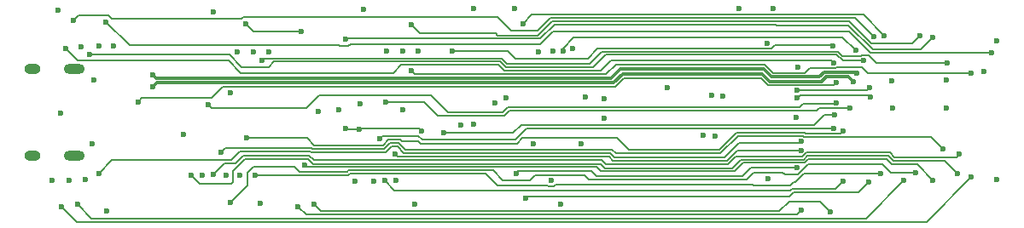
<source format=gbr>
%TF.GenerationSoftware,KiCad,Pcbnew,7.0.8+1*%
%TF.CreationDate,2023-12-11T13:56:50+01:00*%
%TF.ProjectId,Receiver,52656365-6976-4657-922e-6b696361645f,rev?*%
%TF.SameCoordinates,Original*%
%TF.FileFunction,Copper,L4,Bot*%
%TF.FilePolarity,Positive*%
%FSLAX46Y46*%
G04 Gerber Fmt 4.6, Leading zero omitted, Abs format (unit mm)*
G04 Created by KiCad (PCBNEW 7.0.8+1) date 2023-12-11 13:56:50*
%MOMM*%
%LPD*%
G01*
G04 APERTURE LIST*
%TA.AperFunction,ComponentPad*%
%ADD10O,2.100000X1.000000*%
%TD*%
%TA.AperFunction,ComponentPad*%
%ADD11O,1.600000X1.000000*%
%TD*%
%TA.AperFunction,ViaPad*%
%ADD12C,0.600000*%
%TD*%
%TA.AperFunction,Conductor*%
%ADD13C,0.150000*%
%TD*%
%TA.AperFunction,Conductor*%
%ADD14C,0.100000*%
%TD*%
%TA.AperFunction,Conductor*%
%ADD15C,0.300000*%
%TD*%
G04 APERTURE END LIST*
D10*
%TO.P,J6,S1,SHIELD*%
%TO.N,GND*%
X56820000Y-56680000D03*
D11*
X52640000Y-56680000D03*
D10*
X56820000Y-65320000D03*
D11*
X52640000Y-65320000D03*
%TD*%
D12*
%TO.N,GND*%
X122700000Y-50700000D03*
%TO.N,+2V5*%
X105041814Y-70199998D03*
X100500000Y-50700000D03*
X96400000Y-50700000D03*
X75274831Y-70050000D03*
X70600000Y-51000000D03*
X60000000Y-70875000D03*
X85500000Y-50800000D03*
X55200004Y-50900000D03*
X90541740Y-70200000D03*
%TO.N,/PWM_SEND_1*%
X132400000Y-58100000D03*
X63100000Y-60000000D03*
%TO.N,/PWM_RCV_1*%
X59200000Y-67100000D03*
X128900002Y-63900000D03*
%TO.N,-2V5*%
X73225000Y-67300000D03*
X72922334Y-55025000D03*
X57500000Y-54500000D03*
X88700000Y-67832313D03*
X57900000Y-67700000D03*
X87796688Y-54950000D03*
X102836639Y-55000000D03*
X104110312Y-67825000D03*
%TO.N,/LED_1*%
X57100000Y-70200000D03*
X139116407Y-67835646D03*
%TO.N,GND*%
X69500000Y-67300000D03*
X143300000Y-60600000D03*
X143300000Y-57800000D03*
X95100000Y-62300000D03*
X109400000Y-61600000D03*
X59200000Y-54400000D03*
X84613454Y-67875000D03*
X89392758Y-54900000D03*
X54600000Y-67800000D03*
X120328930Y-63375000D03*
X148320000Y-53900000D03*
X99600000Y-59600000D03*
X126115000Y-50700000D03*
X98514081Y-60125000D03*
X58600000Y-64200000D03*
X102325312Y-64125000D03*
X148310000Y-67690000D03*
X89400000Y-60800000D03*
X83000000Y-60800000D03*
X128400000Y-61500000D03*
X107500000Y-59500000D03*
X137900000Y-57900000D03*
X128600000Y-56500000D03*
X74553084Y-55025000D03*
X125599846Y-67650000D03*
X71875000Y-67300000D03*
X104274021Y-54920698D03*
X90946177Y-54950369D03*
X58700000Y-57800000D03*
X60700000Y-54400000D03*
X81000000Y-60900000D03*
X119169059Y-63325000D03*
X76122334Y-55025000D03*
X72302298Y-59052298D03*
X115590000Y-58600000D03*
X106240853Y-54666615D03*
X86501322Y-67848540D03*
X56300000Y-67800000D03*
X125565320Y-54175000D03*
X138000000Y-60600000D03*
X107116852Y-64125000D03*
%TO.N,/DOG_1*%
X145800000Y-67500000D03*
X55500000Y-70400000D03*
%TO.N,/PWM_SEND_2*%
X133100000Y-62875000D03*
X73900000Y-63600000D03*
%TO.N,/PWM_RCV_2*%
X74715474Y-67300000D03*
X136800000Y-67100000D03*
%TO.N,/LED_2*%
X140300000Y-67000000D03*
X72300000Y-70000000D03*
%TO.N,/DOG_2*%
X144600000Y-65200000D03*
X70600000Y-67200000D03*
%TO.N,/PWM_SEND_3*%
X70100000Y-60300000D03*
X132410585Y-60058324D03*
%TO.N,/PWM_RCV_3*%
X128900000Y-70800000D03*
X79000000Y-70400000D03*
%TO.N,/LED_3*%
X73817206Y-52225000D03*
X79624586Y-66275000D03*
X79300000Y-53000000D03*
X142000000Y-67800000D03*
%TO.N,/DOG_3*%
X75410000Y-55850000D03*
X143410000Y-56110000D03*
%TO.N,/PWM_SEND_0*%
X132100000Y-56100000D03*
X55900000Y-54700000D03*
%TO.N,/PWM_RCV_0*%
X56700000Y-51900000D03*
X136127298Y-53472702D03*
%TO.N,/LED_0*%
X135100000Y-55900000D03*
X58300000Y-55300000D03*
%TO.N,/DOG_0*%
X147800000Y-55100000D03*
X59894822Y-52030178D03*
%TO.N,+3.3V*%
X147000000Y-57000000D03*
X96400000Y-62200000D03*
X67600000Y-63200000D03*
X85149809Y-60154622D03*
X109400000Y-59700000D03*
X121100000Y-59400000D03*
%TO.N,/DOG_5*%
X90200000Y-52300000D03*
X140700000Y-53400000D03*
%TO.N,/DOG_4*%
X142000000Y-53600000D03*
X83681095Y-53775000D03*
%TO.N,Net-(U2-GPIO19{slash}U1RTS{slash}ADC2_CH8{slash}CLK_OUT2{slash}USB_D-)*%
X134400000Y-57132997D03*
X64574345Y-57315312D03*
%TO.N,Net-(U2-GPIO20{slash}U1CTS{slash}ADC2_CH9{slash}CLK_OUT1{slash}USB_D+)*%
X64600000Y-58500000D03*
X134100000Y-58000000D03*
%TO.N,/PWM_RCV_5*%
X128900000Y-64800000D03*
X88586289Y-65132811D03*
%TO.N,/PWM_SEND_4*%
X93421669Y-63100000D03*
X132200000Y-61300000D03*
%TO.N,/PWM_SEND_5*%
X87100000Y-63625000D03*
X132100000Y-62600000D03*
%TO.N,/PWM_SEND_6*%
X101300000Y-52200000D03*
X137123493Y-53385515D03*
%TO.N,/PWM_RCV_4*%
X132033280Y-54401063D03*
X94300000Y-54900000D03*
%TO.N,/LED_4*%
X133100000Y-67900000D03*
X87600000Y-67832313D03*
%TO.N,/LED_5*%
X133775000Y-60617690D03*
X87700000Y-60000000D03*
%TO.N,/PWM_RCV_6*%
X100632072Y-67100000D03*
X128473892Y-66550000D03*
%TO.N,/LED_6*%
X101600000Y-69600000D03*
X135600000Y-68000000D03*
%TO.N,/DOG_6*%
X134300000Y-54875000D03*
X105273744Y-54944302D03*
%TO.N,Net-(J8-Pin_3)*%
X71351360Y-64977526D03*
X143000000Y-64700000D03*
%TO.N,Net-(J8-Pin_2)*%
X68400000Y-67300000D03*
X144400000Y-67100000D03*
%TO.N,VBUS*%
X120000000Y-59300000D03*
X55400000Y-61100000D03*
%TO.N,Net-(U2-EN)*%
X91270207Y-62880516D03*
X145800000Y-57100000D03*
X83740853Y-62676244D03*
X85040853Y-62688267D03*
X90206969Y-56850000D03*
%TO.N,Net-(U2-GPIO15{slash}U0RTS{slash}ADC2_CH4{slash}XTAL_32K_P)*%
X128500000Y-59600000D03*
X135780000Y-59540000D03*
%TO.N,Net-(U2-GPIO16{slash}U0CTS{slash}ADC2_CH5{slash}XTAL_32K_N)*%
X128521407Y-58850303D03*
X135700000Y-58600000D03*
%TO.N,Net-(U2-GPIO0{slash}BOOT)*%
X80600000Y-70200000D03*
X131800000Y-70899980D03*
%TD*%
D13*
%TO.N,/PWM_RCV_0*%
X57250000Y-51350000D02*
X60169239Y-51350000D01*
X102756947Y-52900000D02*
X104031947Y-51625000D01*
X60169239Y-51350000D02*
X60550000Y-51730761D01*
X60550000Y-51730761D02*
X73350000Y-51730761D01*
X73350000Y-51730761D02*
X73530761Y-51550000D01*
X73530761Y-51550000D02*
X98800000Y-51550000D01*
X98800000Y-51550000D02*
X100150000Y-52900000D01*
X100150000Y-52900000D02*
X102756947Y-52900000D01*
X134279596Y-51625000D02*
X136127298Y-53472702D01*
X104031947Y-51625000D02*
X134279596Y-51625000D01*
%TO.N,/PWM_SEND_6*%
X135062978Y-51325000D02*
X137123493Y-53385515D01*
%TO.N,/PWM_RCV_0*%
X56700000Y-51900000D02*
X57250000Y-51350000D01*
%TO.N,/PWM_SEND_6*%
X101300000Y-52200000D02*
X102175000Y-51325000D01*
X102175000Y-51325000D02*
X135062978Y-51325000D01*
%TO.N,/PWM_SEND_1*%
X124921217Y-57600000D02*
X125646520Y-58325303D01*
X70379595Y-59625000D02*
X71529595Y-58475000D01*
X63100000Y-60000000D02*
X63475000Y-59625000D01*
X71529595Y-58475000D02*
X110455330Y-58475000D01*
X63475000Y-59625000D02*
X70379595Y-59625000D01*
X132174697Y-58325303D02*
X132400000Y-58100000D01*
X111330330Y-57600000D02*
X124921217Y-57600000D01*
X110455330Y-58475000D02*
X111330330Y-57600000D01*
X125646520Y-58325303D02*
X132174697Y-58325303D01*
%TO.N,/PWM_RCV_1*%
X80294129Y-65000000D02*
X87698880Y-65000000D01*
X73205026Y-64900000D02*
X80194130Y-64900000D01*
X109991117Y-65075000D02*
X110391120Y-65475000D01*
X128700002Y-64100000D02*
X128900002Y-63900000D01*
X122700000Y-64100000D02*
X128700002Y-64100000D01*
X72355026Y-65750000D02*
X73205026Y-64900000D01*
X80194130Y-64900000D02*
X80294129Y-65000000D01*
X121325000Y-65475000D02*
X122700000Y-64100000D01*
X89483074Y-65075000D02*
X109991117Y-65075000D01*
X88273882Y-64424998D02*
X88833072Y-64424998D01*
X59200000Y-67100000D02*
X60550000Y-65750000D01*
X87698880Y-65000000D02*
X88273882Y-64424998D01*
X110391120Y-65475000D02*
X121325000Y-65475000D01*
X88833072Y-64424998D02*
X89483074Y-65075000D01*
X60550000Y-65750000D02*
X72355026Y-65750000D01*
%TO.N,/LED_1*%
X58474998Y-71574998D02*
X135377054Y-71574999D01*
X57100000Y-70200000D02*
X58474998Y-71574998D01*
X135377054Y-71574999D02*
X139116407Y-67835646D01*
%TO.N,/DOG_1*%
X55500000Y-70400000D02*
X57024998Y-71924998D01*
X141375002Y-71924998D02*
X145800000Y-67500000D01*
X57024998Y-71924998D02*
X141375002Y-71924998D01*
%TO.N,/PWM_SEND_2*%
X122475433Y-63075000D02*
X129241729Y-63075000D01*
X90924569Y-63875000D02*
X91174569Y-64125000D01*
X96086096Y-64125000D02*
X96111096Y-64150000D01*
X96111096Y-64150000D02*
X100706497Y-64150000D01*
X79884079Y-63600000D02*
X80584076Y-64299997D01*
X132800000Y-63175000D02*
X133100000Y-62875000D01*
X129241729Y-63075000D02*
X129341729Y-63175000D01*
X120775433Y-64775000D02*
X122475433Y-63075000D01*
X89273024Y-63875000D02*
X90924569Y-63875000D01*
X101256497Y-63600000D02*
X110643933Y-63600000D01*
X87983932Y-63724998D02*
X89123021Y-63724998D01*
X100706497Y-64150000D02*
X101256497Y-63600000D01*
X87408934Y-64299997D02*
X87983932Y-63724998D01*
X80584076Y-64299997D02*
X87408934Y-64299997D01*
X110643933Y-63600000D02*
X111818933Y-64775000D01*
X73900000Y-63600000D02*
X79884079Y-63600000D01*
X89123021Y-63724998D02*
X89273024Y-63875000D01*
X91174569Y-64125000D02*
X96086096Y-64125000D01*
X129341729Y-63175000D02*
X132800000Y-63175000D01*
X111818933Y-64775000D02*
X120775433Y-64775000D01*
%TO.N,/PWM_RCV_2*%
X128344974Y-67950000D02*
X129194974Y-67100000D01*
X128190380Y-67950000D02*
X128344974Y-67950000D01*
X127815380Y-68325000D02*
X128190380Y-67950000D01*
X104579594Y-68225001D02*
X124065376Y-68225001D01*
X74715474Y-67300000D02*
X84000000Y-67300000D01*
X98800000Y-68325000D02*
X103720405Y-68325000D01*
X84142187Y-67157813D02*
X97632813Y-67157813D01*
X104379595Y-68425000D02*
X104579594Y-68225001D01*
X84000000Y-67300000D02*
X84142187Y-67157813D01*
X103820405Y-68425000D02*
X104379595Y-68425000D01*
X129194974Y-67100000D02*
X136800000Y-67100000D01*
X97632813Y-67157813D02*
X98800000Y-68325000D01*
X124165375Y-68325000D02*
X127815380Y-68325000D01*
X124065376Y-68225001D02*
X124165375Y-68325000D01*
X103720405Y-68325000D02*
X103820405Y-68425000D01*
%TO.N,/LED_2*%
X107825000Y-67725000D02*
X123475000Y-67725000D01*
X102500000Y-67300000D02*
X107400000Y-67300000D01*
X128600000Y-67200000D02*
X129600000Y-66200000D01*
X124200000Y-67000000D02*
X127100000Y-67000000D01*
X74550000Y-66425000D02*
X78625001Y-66425000D01*
X127100000Y-67000000D02*
X127300000Y-67200000D01*
X98332813Y-66807813D02*
X99300000Y-67775000D01*
X129600000Y-66200000D02*
X137000000Y-66200000D01*
X73975000Y-67000000D02*
X74550000Y-66425000D01*
X107400000Y-67300000D02*
X107825000Y-67725000D01*
X137800000Y-67000000D02*
X140300000Y-67000000D01*
X127300000Y-67200000D02*
X128600000Y-67200000D01*
X102025000Y-67775000D02*
X102500000Y-67300000D01*
X79150001Y-66950000D02*
X83855025Y-66950000D01*
X99300000Y-67775000D02*
X102025000Y-67775000D01*
X123475000Y-67725000D02*
X124200000Y-67000000D01*
X83855025Y-66950000D02*
X83997212Y-66807813D01*
X137000000Y-66200000D02*
X137800000Y-67000000D01*
X72300000Y-70000000D02*
X73975000Y-68325000D01*
X78625001Y-66425000D02*
X79150001Y-66950000D01*
X83997212Y-66807813D02*
X98332813Y-66807813D01*
X73975000Y-68325000D02*
X73975000Y-67000000D01*
%TO.N,/DOG_2*%
X109148191Y-65807811D02*
X80606966Y-65807811D01*
X137690255Y-65017463D02*
X129425000Y-65017463D01*
X72785787Y-66100000D02*
X71700000Y-66100000D01*
X129017463Y-65425000D02*
X122434619Y-65425000D01*
X138172792Y-65500000D02*
X137690255Y-65017463D01*
X122434619Y-65425000D02*
X121634619Y-66225000D01*
X80606966Y-65807811D02*
X80109791Y-65310636D01*
X144300000Y-65500000D02*
X138172792Y-65500000D01*
X109565380Y-66225000D02*
X109148191Y-65807811D01*
X73575151Y-65310636D02*
X72785787Y-66100000D01*
X80109791Y-65310636D02*
X73575151Y-65310636D01*
X121634619Y-66225000D02*
X109565380Y-66225000D01*
X129425000Y-65017463D02*
X129017463Y-65425000D01*
X144600000Y-65200000D02*
X144300000Y-65500000D01*
X71700000Y-66100000D02*
X70600000Y-67200000D01*
%TO.N,/PWM_SEND_3*%
X81100000Y-59300000D02*
X92200000Y-59300000D01*
X79800000Y-60600000D02*
X81100000Y-59300000D01*
X129058273Y-60175000D02*
X132293909Y-60175000D01*
X92200000Y-59300000D02*
X93900000Y-61000000D01*
X70100000Y-60300000D02*
X70400000Y-60600000D01*
X93900000Y-61000000D02*
X99300000Y-61000000D01*
X99785002Y-60514998D02*
X128718275Y-60514998D01*
X70400000Y-60600000D02*
X79800000Y-60600000D01*
X132293909Y-60175000D02*
X132410585Y-60058324D01*
X99300000Y-61000000D02*
X99785002Y-60514998D01*
X128718275Y-60514998D02*
X129058273Y-60175000D01*
%TO.N,/PWM_RCV_3*%
X128475002Y-71224998D02*
X128900000Y-70800000D01*
X79824998Y-71224998D02*
X128475002Y-71224998D01*
X79000000Y-70400000D02*
X79824998Y-71224998D01*
%TO.N,/LED_3*%
X142000000Y-67780761D02*
X140394239Y-66175000D01*
X109000000Y-66900000D02*
X108582811Y-66482811D01*
X79832397Y-66482811D02*
X79624586Y-66275000D01*
X122300000Y-66900000D02*
X109000000Y-66900000D01*
X140394239Y-66175000D02*
X137893198Y-66175000D01*
X137383578Y-65665380D02*
X129625611Y-65665380D01*
X123175000Y-66025000D02*
X122300000Y-66900000D01*
X74592206Y-53000000D02*
X73817206Y-52225000D01*
X129625611Y-65665380D02*
X129265991Y-66025000D01*
X142000000Y-67800000D02*
X142000000Y-67780761D01*
X137893198Y-66175000D02*
X137383578Y-65665380D01*
X108582811Y-66482811D02*
X79832397Y-66482811D01*
X129265991Y-66025000D02*
X123175000Y-66025000D01*
X79300000Y-53000000D02*
X74592206Y-53000000D01*
%TO.N,/DOG_3*%
X134882537Y-55375000D02*
X134832537Y-55425000D01*
D14*
X75450000Y-55890000D02*
X75410000Y-55850000D01*
D13*
X136352463Y-56110000D02*
X135617463Y-55375000D01*
X99199264Y-55675000D02*
X75585000Y-55675000D01*
X126051472Y-55000000D02*
X109125736Y-55000000D01*
X109125736Y-55000000D02*
X107925736Y-56200000D01*
X134832537Y-55425000D02*
X132991727Y-55425000D01*
X126076472Y-54975000D02*
X126051472Y-55000000D01*
X135617463Y-55375000D02*
X134882537Y-55375000D01*
X132541727Y-54975000D02*
X126076472Y-54975000D01*
X132991727Y-55425000D02*
X132541727Y-54975000D01*
X143410000Y-56110000D02*
X136352463Y-56110000D01*
X75585000Y-55675000D02*
X75410000Y-55850000D01*
X107925736Y-56200000D02*
X99724264Y-56200000D01*
X99724264Y-56200000D02*
X99199264Y-55675000D01*
%TO.N,/PWM_SEND_0*%
X72075736Y-55900000D02*
X73275736Y-57100000D01*
X55900000Y-54700000D02*
X57100000Y-55900000D01*
X99461092Y-56850000D02*
X109050000Y-56850000D01*
X109050000Y-56850000D02*
X110050000Y-55850000D01*
X73275736Y-57100000D02*
X88424264Y-57100000D01*
X89249264Y-56275000D02*
X98886092Y-56275000D01*
X88424264Y-57100000D02*
X89249264Y-56275000D01*
X131850000Y-55850000D02*
X132100000Y-56100000D01*
X110050000Y-55850000D02*
X131850000Y-55850000D01*
X57100000Y-55900000D02*
X72075736Y-55900000D01*
X98886092Y-56275000D02*
X99461092Y-56850000D01*
%TO.N,/LED_0*%
X72200000Y-55300000D02*
X73400000Y-56500000D01*
X99585356Y-56550000D02*
X108250000Y-56550000D01*
X58300000Y-55300000D02*
X72200000Y-55300000D01*
X76625000Y-55975000D02*
X99010356Y-55975000D01*
X99010356Y-55975000D02*
X99585356Y-56550000D01*
X109500000Y-55300000D02*
X126175736Y-55300000D01*
X126175736Y-55300000D02*
X126200736Y-55275000D01*
X126200736Y-55275000D02*
X132417463Y-55275000D01*
X76100000Y-56500000D02*
X76625000Y-55975000D01*
X133042463Y-55900000D02*
X135100000Y-55900000D01*
X108250000Y-56550000D02*
X109500000Y-55300000D01*
X73400000Y-56500000D02*
X76100000Y-56500000D01*
X132417463Y-55275000D02*
X133042463Y-55900000D01*
%TO.N,/DOG_0*%
X133700000Y-53000000D02*
X104249563Y-53000000D01*
X104249563Y-53000000D02*
X103024563Y-54225000D01*
X84194239Y-54225000D02*
X83969239Y-54450000D01*
X83030761Y-54350000D02*
X62250000Y-54350000D01*
X59930178Y-52030178D02*
X59894822Y-52030178D01*
X103024563Y-54225000D02*
X84194239Y-54225000D01*
X147800000Y-55100000D02*
X135800000Y-55100000D01*
X62250000Y-54350000D02*
X59930178Y-52030178D01*
X83130761Y-54450000D02*
X83030761Y-54350000D01*
X83969239Y-54450000D02*
X83130761Y-54450000D01*
X135800000Y-55100000D02*
X133700000Y-53000000D01*
%TO.N,/DOG_5*%
X102751921Y-53400000D02*
X104201921Y-51950000D01*
X90200000Y-52300000D02*
X91075000Y-53175000D01*
X126534923Y-51950000D02*
X126584922Y-52000000D01*
X133869976Y-52175001D02*
X135892585Y-54197611D01*
X133864949Y-52175001D02*
X133869976Y-52175001D01*
X139902389Y-54197611D02*
X140700000Y-53400000D01*
X98575000Y-53175000D02*
X98800000Y-53400000D01*
X98800000Y-53400000D02*
X102751921Y-53400000D01*
X104201921Y-51950000D02*
X126534923Y-51950000D01*
X135892585Y-54197611D02*
X139902389Y-54197611D01*
X91075000Y-53175000D02*
X98575000Y-53175000D01*
X126584922Y-52000000D02*
X133689949Y-52000000D01*
X133689949Y-52000000D02*
X133864949Y-52175001D01*
%TO.N,/DOG_4*%
X126439948Y-52350000D02*
X126389948Y-52300000D01*
X104454589Y-52300000D02*
X103054589Y-53700000D01*
X103054589Y-53700000D02*
X83756095Y-53700000D01*
X140800000Y-54800000D02*
X135994974Y-54800000D01*
X83756095Y-53700000D02*
X83681095Y-53775000D01*
X133544974Y-52350000D02*
X126439948Y-52350000D01*
X142000000Y-53600000D02*
X140800000Y-54800000D01*
X126389948Y-52300000D02*
X104454589Y-52300000D01*
X135994974Y-54800000D02*
X133544974Y-52350000D01*
D15*
%TO.N,Net-(U2-GPIO19{slash}U1RTS{slash}ADC2_CH8{slash}CLK_OUT2{slash}USB_D-)*%
X125185000Y-56697057D02*
X125988246Y-57500303D01*
X134317003Y-57050000D02*
X134400000Y-57132997D01*
X111002943Y-56697057D02*
X125185000Y-56697057D01*
X64884033Y-57625000D02*
X110075000Y-57625000D01*
X64574345Y-57315312D02*
X64884033Y-57625000D01*
X125988246Y-57500303D02*
X130730027Y-57500303D01*
X110075000Y-57625000D02*
X111002943Y-56697057D01*
X131180330Y-57050000D02*
X134317003Y-57050000D01*
X130730027Y-57500303D02*
X131180330Y-57050000D01*
%TO.N,Net-(U2-GPIO20{slash}U1CTS{slash}ADC2_CH9{slash}CLK_OUT1{slash}USB_D+)*%
X133600000Y-57500000D02*
X134100000Y-58000000D01*
X131366726Y-57500000D02*
X133600000Y-57500000D01*
X64600000Y-58500000D02*
X65000000Y-58100000D01*
X125801850Y-57950303D02*
X130916423Y-57950303D01*
X65000000Y-58100000D02*
X110300000Y-58100000D01*
X111225000Y-57175000D02*
X125026547Y-57175000D01*
X125026547Y-57175000D02*
X125801850Y-57950303D01*
X130916423Y-57950303D02*
X131366726Y-57500000D01*
X110300000Y-58100000D02*
X111225000Y-57175000D01*
D13*
%TO.N,/PWM_RCV_5*%
X122564645Y-64800000D02*
X128900000Y-64800000D01*
X88878478Y-65425000D02*
X109846142Y-65425000D01*
X88586289Y-65132811D02*
X88878478Y-65425000D01*
X110246142Y-65825000D02*
X121539645Y-65825000D01*
X109846142Y-65425000D02*
X110246142Y-65825000D01*
X121539645Y-65825000D02*
X122564645Y-64800000D01*
%TO.N,/PWM_SEND_4*%
X101122489Y-62282537D02*
X130217463Y-62282537D01*
X100305026Y-63100000D02*
X101122489Y-62282537D01*
X93421669Y-63100000D02*
X100305026Y-63100000D01*
X130217463Y-62282537D02*
X131200000Y-61300000D01*
X131200000Y-61300000D02*
X132200000Y-61300000D01*
%TO.N,/PWM_SEND_5*%
X87100000Y-63625000D02*
X87350002Y-63374998D01*
X87350002Y-63374998D02*
X90919542Y-63374998D01*
X91319544Y-63775000D02*
X100525000Y-63775000D01*
X100525000Y-63775000D02*
X101700000Y-62600000D01*
X101700000Y-62600000D02*
X132100000Y-62600000D01*
X90919542Y-63374998D02*
X91319544Y-63775000D01*
%TO.N,/PWM_RCV_4*%
X100599264Y-55675000D02*
X107725000Y-55675000D01*
X94300000Y-54900000D02*
X99824264Y-54900000D01*
X125927208Y-54700000D02*
X126327208Y-54300000D01*
X126327208Y-54300000D02*
X131932217Y-54300000D01*
X107725000Y-55675000D02*
X108700000Y-54700000D01*
X108700000Y-54700000D02*
X125927208Y-54700000D01*
X131932217Y-54300000D02*
X132033280Y-54401063D01*
X99824264Y-54900000D02*
X100599264Y-55675000D01*
%TO.N,/LED_4*%
X127860355Y-68775000D02*
X127985355Y-68650000D01*
X88542687Y-68775000D02*
X127860355Y-68775000D01*
X127985355Y-68650000D02*
X132350000Y-68650000D01*
X87600000Y-67832313D02*
X88542687Y-68775000D01*
X132350000Y-68650000D02*
X133100000Y-67900000D01*
%TO.N,/LED_5*%
X132360153Y-60617690D02*
X133775000Y-60617690D01*
X92850000Y-61350000D02*
X99444975Y-61350000D01*
X130432537Y-60825000D02*
X130682537Y-60575000D01*
X99444975Y-61350000D02*
X99969975Y-60825000D01*
X91500000Y-60000000D02*
X92850000Y-61350000D01*
X99969975Y-60825000D02*
X130432537Y-60825000D01*
X87700000Y-60000000D02*
X91500000Y-60000000D01*
X132317463Y-60575000D02*
X132360153Y-60617690D01*
X130682537Y-60575000D02*
X132317463Y-60575000D01*
%TO.N,/PWM_RCV_6*%
X108100000Y-66900000D02*
X108600000Y-67400000D01*
X123950000Y-66550000D02*
X128473892Y-66550000D01*
X100632072Y-67100000D02*
X100832072Y-66900000D01*
X123100000Y-67400000D02*
X123950000Y-66550000D01*
X108600000Y-67400000D02*
X123100000Y-67400000D01*
X100832072Y-66900000D02*
X108100000Y-66900000D01*
%TO.N,/LED_6*%
X127755329Y-69375000D02*
X101825000Y-69375000D01*
X135600000Y-68000000D02*
X134600000Y-69000000D01*
X101825000Y-69375000D02*
X101600000Y-69600000D01*
X128130329Y-69000000D02*
X127755329Y-69375000D01*
X134600000Y-69000000D02*
X128130329Y-69000000D01*
%TO.N,/DOG_6*%
X105273744Y-54675468D02*
X106349212Y-53600000D01*
X106349212Y-53600000D02*
X133025000Y-53600000D01*
X133025000Y-53600000D02*
X134300000Y-54875000D01*
X105273744Y-54944302D02*
X105273744Y-54675468D01*
%TO.N,Net-(J8-Pin_3)*%
X110536091Y-65125000D02*
X110136091Y-64725000D01*
X141775000Y-63475000D02*
X129217465Y-63475000D01*
X80339105Y-64550000D02*
X71778886Y-64550000D01*
X129117463Y-63374998D02*
X122670409Y-63374998D01*
X129217465Y-63475000D02*
X129117463Y-63374998D01*
X71778886Y-64550000D02*
X71351360Y-64977526D01*
X122670409Y-63374998D02*
X120920407Y-65125000D01*
X120920407Y-65125000D02*
X110536091Y-65125000D01*
X143000000Y-64700000D02*
X141775000Y-63475000D01*
X88128907Y-64074998D02*
X87553905Y-64650000D01*
X88978046Y-64074998D02*
X88128907Y-64074998D01*
X89628048Y-64725000D02*
X88978046Y-64074998D01*
X87553905Y-64650000D02*
X80439105Y-64650000D01*
X80439105Y-64650000D02*
X80339105Y-64550000D01*
X110136091Y-64725000D02*
X89628048Y-64725000D01*
%TO.N,Net-(J8-Pin_2)*%
X109420406Y-66575000D02*
X109003217Y-66157811D01*
X69272728Y-68172728D02*
X68400000Y-67300000D01*
X122875000Y-65725000D02*
X122025000Y-66575000D01*
X143150000Y-65850000D02*
X138027818Y-65850000D01*
X129526347Y-65340380D02*
X129141727Y-65725000D01*
X72550000Y-66830761D02*
X72550000Y-67950000D01*
X72327272Y-68172728D02*
X69272728Y-68172728D01*
X72550000Y-67950000D02*
X72327272Y-68172728D01*
X138027818Y-65850000D02*
X137518197Y-65340380D01*
X129141727Y-65725000D02*
X122875000Y-65725000D01*
X122025000Y-66575000D02*
X109420406Y-66575000D01*
X137518197Y-65340380D02*
X129526347Y-65340380D01*
X80461992Y-66157811D02*
X80004181Y-65700000D01*
X109003217Y-66157811D02*
X80461992Y-66157811D01*
X73680761Y-65700000D02*
X72550000Y-66830761D01*
X144400000Y-67100000D02*
X143150000Y-65850000D01*
X80004181Y-65700000D02*
X73680761Y-65700000D01*
%TO.N,Net-(U2-EN)*%
X134925000Y-56525000D02*
X132417463Y-56525000D01*
X83740853Y-62676244D02*
X83752876Y-62688267D01*
X145800000Y-57100000D02*
X135500000Y-57100000D01*
X83752876Y-62688267D02*
X85040853Y-62688267D01*
X85129120Y-62600000D02*
X90989691Y-62600000D01*
X90989691Y-62600000D02*
X91270207Y-62880516D01*
X109574997Y-57225003D02*
X90581972Y-57225003D01*
X125268273Y-56250000D02*
X110550000Y-56250000D01*
X90581972Y-57225003D02*
X90206969Y-56850000D01*
X129736229Y-56625000D02*
X129235926Y-57125303D01*
X110550000Y-56250000D02*
X109574997Y-57225003D01*
X126143576Y-57125303D02*
X125268273Y-56250000D01*
X135500000Y-57100000D02*
X134925000Y-56525000D01*
X129235926Y-57125303D02*
X126143576Y-57125303D01*
X132417463Y-56525000D02*
X132317463Y-56625000D01*
X132317463Y-56625000D02*
X129736229Y-56625000D01*
X85040853Y-62688267D02*
X85129120Y-62600000D01*
%TO.N,Net-(U2-GPIO15{slash}U0RTS{slash}ADC2_CH4{slash}XTAL_32K_P)*%
X135540000Y-59300000D02*
X128800000Y-59300000D01*
X135780000Y-59540000D02*
X135540000Y-59300000D01*
X128800000Y-59300000D02*
X128500000Y-59600000D01*
%TO.N,Net-(U2-GPIO16{slash}U0CTS{slash}ADC2_CH5{slash}XTAL_32K_N)*%
X128521407Y-58850303D02*
X135449697Y-58850303D01*
X135449697Y-58850303D02*
X135700000Y-58600000D01*
%TO.N,Net-(U2-GPIO0{slash}BOOT)*%
X80600000Y-70200000D02*
X81274998Y-70874998D01*
X126750305Y-70874998D02*
X127725303Y-69900000D01*
X130800020Y-69900000D02*
X131800000Y-70899980D01*
X127725303Y-69900000D02*
X130800020Y-69900000D01*
X81274998Y-70874998D02*
X126750305Y-70874998D01*
%TD*%
M02*

</source>
